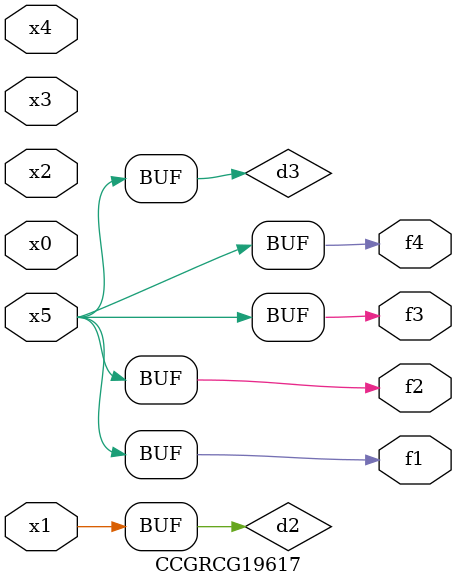
<source format=v>
module CCGRCG19617(
	input x0, x1, x2, x3, x4, x5,
	output f1, f2, f3, f4
);

	wire d1, d2, d3;

	not (d1, x5);
	or (d2, x1);
	xnor (d3, d1);
	assign f1 = d3;
	assign f2 = d3;
	assign f3 = d3;
	assign f4 = d3;
endmodule

</source>
